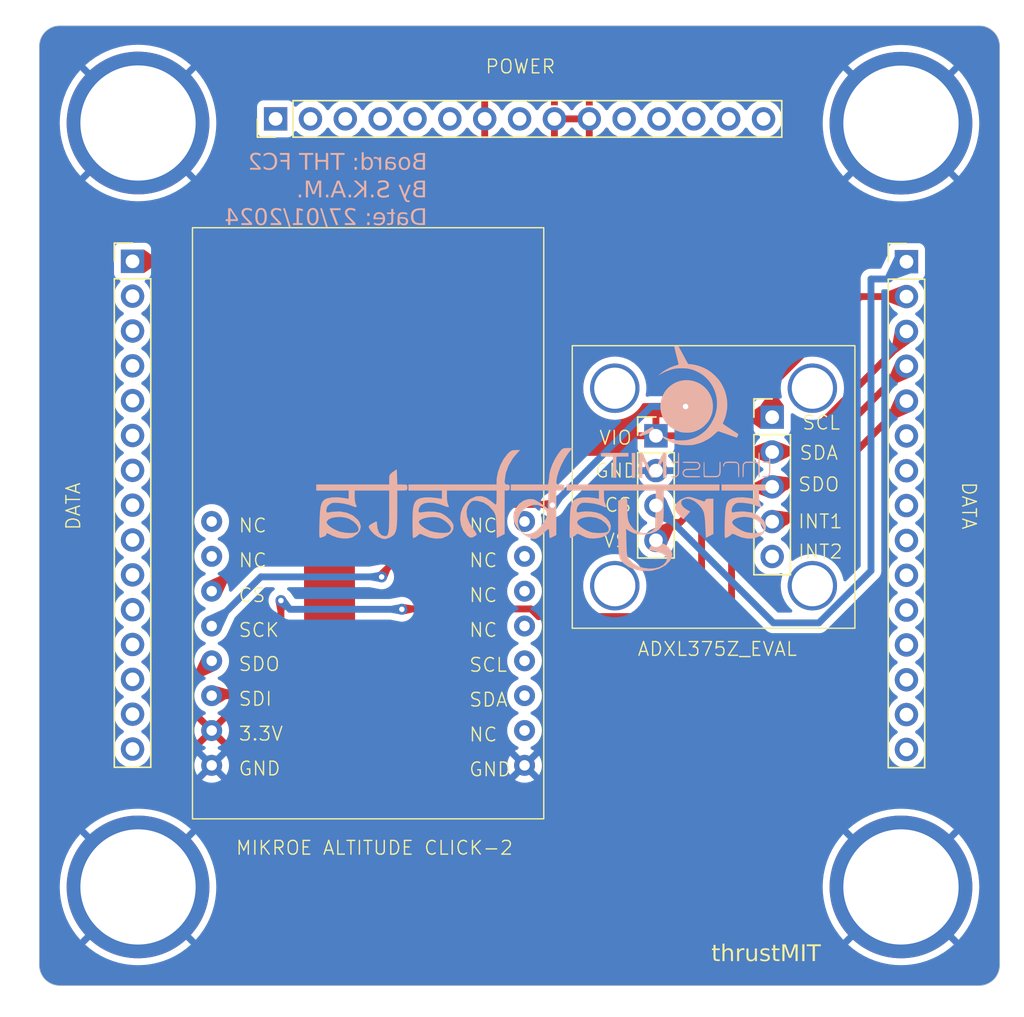
<source format=kicad_pcb>
(kicad_pcb (version 20221018) (generator pcbnew)
  (layers (0 "F.Cu" signal) (31 "B.Cu" signal) (34 "B.Paste" user) (35 "F.Paste" user) (36 "B.SilkS" user "B.Silkscreen") (37 "F.SilkS" user "F.Silkscreen") (38 "B.Mask" user) (39 "F.Mask" user) (44 "Edge.Cuts" user))
  (net 0 "")
  (net 1 "SCLK_SPI2")
  (net 2 "MOSI_SPI2")
  (net 3 "MISO_SPI2")
  (net 24 "CS_ADXL")
  (net 25 "CS_MS5607")
  (net 26 "INT_ADXL")
  (net 33 "3.3V")
  (net 40 "GND")
  (footprint "ADXL375_EVAL:ADXL375_EVAL" (layer "F.Cu") (at 137.7706 88.0438)
    (fp_text reference "U2" hide)
    (fp_text value "~")
    (fp_text user "ADXL375Z_EVAL" (at -6.1 13.1 unlocked) (layer "F.SilkS") (effects (font (thickness 0.1)) (justify left bottom)))
    (fp_text user "INT1" (at 5.6 3.8 unlocked) (layer "F.SilkS") (effects (font (thickness 0.1)) (justify left bottom)))
    (fp_text user "VS" (at -8.6 5.2 unlocked) (layer "F.SilkS") (effects (font (thickness 0.1)) (justify left bottom)))
    (fp_text user "SCL" (at 5.9 -3.4 unlocked) (layer "F.SilkS") (effects (font (thickness 0.1)) (justify left bottom)))
    (fp_text user "CS" (at -8.5 2.6 unlocked) (layer "F.SilkS") (effects (font (thickness 0.1)) (justify left bottom)))
    (fp_text user "GND" (at -9.2 0.1 unlocked) (layer "F.SilkS") (effects (font (thickness 0.1)) (justify left bottom)))
    (fp_text user "VIO" (at -8.9 -2.3 unlocked) (layer "F.SilkS") (effects (font (thickness 0.1)) (justify left bottom)))
    (fp_text user "SDO" (at 5.6 1.1 unlocked) (layer "F.SilkS") (effects (font (thickness 0.1)) (justify left bottom)))
    (fp_text user "INT2" (at 5.6 6 unlocked) (layer "F.SilkS") (effects (font (thickness 0.1)) (justify left bottom)))
    (fp_text user "SDA" (at 5.7 -1.2 unlocked) (layer "F.SilkS") (effects (font (thickness 0.1)) (justify left bottom)))
    (pad "" thru_hole circle (at -7.7 -6.5) (size 3.6 3.6) (drill 3) (layers "*.Cu" "*.Mask"))
    (pad "" thru_hole circle (at -7.7 7.9) (size 3.6 3.6) (drill 3) (layers "*.Cu" "*.Mask"))
    (pad "" thru_hole circle (at 6.7 -6.5) (size 3.6 3.6) (drill 3) (layers "*.Cu" "*.Mask"))
    (pad "" thru_hole circle (at 6.7 7.9) (size 3.6 3.6) (drill 3) (layers "*.Cu" "*.Mask"))
    (pad "1" thru_hole rect (at -4.7 -3.03) (size 1.7 1.7) (drill 1) (layers "*.Cu" "*.Mask") (net 33 "3.3V"))
    (pad "2" thru_hole oval (at -4.7 -0.49) (size 1.7 1.7) (drill 1) (layers "*.Cu" "*.Mask") (net 40 "GND"))
    (pad "3" thru_hole oval (at -4.7 2.05) (size 1.7 1.7) (drill 1) (layers "*.Cu" "*.Mask") (net 24 "CS_ADXL"))
    (pad "4" thru_hole oval (at -4.7 4.59) (size 1.7 1.7) (drill 1) (layers "*.Cu" "*.Mask") (net 33 "3.3V"))
    (pad "5" thru_hole oval (at 3.77 5.77) (size 1.7 1.7) (drill 1) (layers "*.Cu" "*.Mask"))
    (pad "6" thru_hole oval (at 3.77 3.23) (size 1.7 1.7) (drill 1) (layers "*.Cu" "*.Mask") (net 26 "INT_ADXL"))
    (pad "7" thru_hole oval (at 3.77 0.69) (size 1.7 1.7) (drill 1) (layers "*.Cu" "*.Mask") (net 3 "MISO_SPI2"))
    (pad "8" thru_hole oval (at 3.77 -1.85) (size 1.7 1.7) (drill 1) (layers "*.Cu" "*.Mask") (net 2 "MOSI_SPI2"))
    (pad "9" thru_hole rect (at 3.77 -4.39) (size 1.7 1.7) (drill 1) (layers "*.Cu" "*.Mask") (net 1 "SCLK_SPI2"))
  )
  (footprint "FC_Stack_template:FC_Stack_template" (layer "F.Cu") (at 123.1268 90.1068)
    (fp_text reference "U1" hide)
    (fp_text value "FC_stack")
    (fp_text user "DATA" (at 32.17 -1.8 -90 unlocked) (layer "F.SilkS") (effects (font (thickness 0.1)) (justify left bottom)))
    (fp_text user "DATA" (at -31.93 1.85 90 unlocked) (layer "F.SilkS") (effects (font (thickness 0.1)) (justify left bottom)))
    (fp_text user "POWER" (at -2.55 -31.43 unlocked) (layer "F.SilkS") (effects (font (thickness 0.1)) (justify left bottom)))
    (fp_text user "thrustMIT" (at 13.98 33.41 unlocked) (layer "F.SilkS") (effects (font (size 1.2 1.2) (thickness 0.1)) (justify left bottom)))
    (fp_line (start -35 33.5) (end -35 -33.5) (stroke (width 0.05)) (layer "Edge.Cuts"))
    (fp_line (start -33.5 -35) (end 33.5 -35) (stroke (width 0.05)) (layer "Edge.Cuts"))
    (fp_line (start 33.5 35) (end -33.5 35) (stroke (width 0.05)) (layer "Edge.Cuts"))
    (fp_line (start 35 -33.5) (end 35 33.5) (stroke (width 0.05)) (layer "Edge.Cuts"))
    (fp_arc (start -35 -33.5) (mid -34.56066 -34.56066) (end -33.5 -35) (stroke (width 0.05)) (layer "Edge.Cuts"))
    (fp_arc (start -33.5 35) (mid -34.56066 34.56066) (end -35 33.5) (stroke (width 0.05)) (layer "Edge.Cuts"))
    (fp_arc (start 33.5 -35) (mid 34.56066 -34.56066) (end 35 -33.5) (stroke (width 0.05)) (layer "Edge.Cuts"))
    (fp_arc (start 35 33.5) (mid 34.56066 34.56066) (end 33.5 35) (stroke (width 0.05)) (layer "Edge.Cuts"))
    (pad "1" thru_hole rect (at 28.2 -17.785) (size 1.7 1.7) (drill 1) (layers "*.Cu" "*.Mask") (net 24 "CS_ADXL"))
    (pad "2" thru_hole oval (at 28.2 -15.245) (size 1.7 1.7) (drill 1) (layers "*.Cu" "*.Mask") (net 1 "SCLK_SPI2"))
    (pad "3" thru_hole oval (at 28.2 -12.705) (size 1.7 1.7) (drill 1) (layers "*.Cu" "*.Mask") (net 2 "MOSI_SPI2"))
    (pad "4" thru_hole oval (at 28.2 -10.165) (size 1.7 1.7) (drill 1) (layers "*.Cu" "*.Mask") (net 3 "MISO_SPI2"))
    (pad "5" thru_hole oval (at 28.2 -7.625) (size 1.7 1.7) (drill 1) (layers "*.Cu" "*.Mask") (net 26 "INT_ADXL"))
    (pad "6" thru_hole oval (at 28.2 -5.085) (size 1.7 1.7) (drill 1) (layers "*.Cu" "*.Mask"))
    (pad "7" thru_hole oval (at 28.2 -2.545) (size 1.7 1.7) (drill 1) (layers "*.Cu" "*.Mask"))
    (pad "8" thru_hole oval (at 28.2 -0.005) (size 1.7 1.7) (drill 1) (layers "*.Cu" "*.Mask"))
    (pad "9" thru_hole oval (at 28.2 2.535) (size 1.7 1.7) (drill 1) (layers "*.Cu" "*.Mask"))
    (pad "10" thru_hole oval (at 28.2 5.075) (size 1.7 1.7) (drill 1) (layers "*.Cu" "*.Mask"))
    (pad "11" thru_hole oval (at 28.2 7.615) (size 1.7 1.7) (drill 1) (layers "*.Cu" "*.Mask"))
    (pad "12" thru_hole oval (at 28.2 10.155) (size 1.7 1.7) (drill 1) (layers "*.Cu" "*.Mask"))
    (pad "13" thru_hole oval (at 28.2 12.695) (size 1.7 1.7) (drill 1) (layers "*.Cu" "*.Mask"))
    (pad "14" thru_hole oval (at 28.2 15.235) (size 1.7 1.7) (drill 1) (layers "*.Cu" "*.Mask"))
    (pad "15" thru_hole oval (at 28.2 17.775) (size 1.7 1.7) (drill 1) (layers "*.Cu" "*.Mask"))
    (pad "16" thru_hole oval (at -28.2 17.745) (size 1.7 1.7) (drill 1) (layers "*.Cu" "*.Mask"))
    (pad "17" thru_hole oval (at -28.2 15.205) (size 1.7 1.7) (drill 1) (layers "*.Cu" "*.Mask"))
    (pad "18" thru_hole oval (at -28.2 12.665) (size 1.7 1.7) (drill 1) (layers "*.Cu" "*.Mask"))
    (pad "19" thru_hole oval (at -28.2 10.125) (size 1.7 1.7) (drill 1) (layers "*.Cu" "*.Mask"))
    (pad "20" thru_hole oval (at -28.2 7.585) (size 1.7 1.7) (drill 1) (layers "*.Cu" "*.Mask"))
    (pad "21" thru_hole oval (at -28.2 5.045) (size 1.7 1.7) (drill 1) (layers "*.Cu" "*.Mask"))
    (pad "22" thru_hole oval (at -28.2 2.505) (size 1.7 1.7) (drill 1) (layers "*.Cu" "*.Mask"))
    (pad "23" thru_hole oval (at -28.2 -0.035) (size 1.7 1.7) (drill 1) (layers "*.Cu" "*.Mask"))
    (pad "24" thru_hole oval (at -28.2 -2.575) (size 1.7 1.7) (drill 1) (layers "*.Cu" "*.Mask"))
    (pad "25" thru_hole oval (at -28.2 -5.115) (size 1.7 1.7) (drill 1) (layers "*.Cu" "*.Mask"))
    (pad "26" thru_hole oval (at -28.2 -7.655) (size 1.7 1.7) (drill 1) (layers "*.Cu" "*.Mask"))
    (pad "27" thru_hole oval (at -28.2 -10.195) (size 1.7 1.7) (drill 1) (layers "*.Cu" "*.Mask"))
    (pad "28" thru_hole oval (at -28.2 -12.735) (size 1.7 1.7) (drill 1) (layers "*.Cu" "*.Mask"))
    (pad "29" thru_hole oval (at -28.2 -15.275) (size 1.7 1.7) (drill 1) (layers "*.Cu" "*.Mask"))
    (pad "30" thru_hole rect (at -28.2 -17.815) (size 1.7 1.7) (drill 1) (layers "*.Cu" "*.Mask") (net 25 "CS_MS5607"))
    (pad "31" thru_hole rect (at -17.775 -28.2 90) (size 1.7 1.7) (drill 1) (layers "*.Cu" "*.Mask"))
    (pad "32" thru_hole oval (at -15.235 -28.2 90) (size 1.7 1.7) (drill 1) (layers "*.Cu" "*.Mask"))
    (pad "33" thru_hole oval (at -12.695 -28.2 90) (size 1.7 1.7) (drill 1) (layers "*.Cu" "*.Mask"))
    (pad "34" thru_hole oval (at -10.155 -28.2 90) (size 1.7 1.7) (drill 1) (layers "*.Cu" "*.Mask"))
    (pad "35" thru_hole oval (at -7.615 -28.2 90) (size 1.7 1.7) (drill 1) (layers "*.Cu" "*.Mask"))
    (pad "36" thru_hole oval (at -5.075 -28.2 90) (size 1.7 1.7) (drill 1) (layers "*.Cu" "*.Mask"))
    (pad "37" thru_hole oval (at -2.535 -28.2 90) (size 1.7 1.7) (drill 1) (layers "*.Cu" "*.Mask") (net 33 "3.3V"))
    (pad "38" thru_hole oval (at 0.005 -28.2 90) (size 1.7 1.7) (drill 1) (layers "*.Cu" "*.Mask"))
    (pad "39" thru_hole oval (at 2.545 -28.2 90) (size 1.7 1.7) (drill 1) (layers "*.Cu" "*.Mask") (net 33 "3.3V"))
    (pad "40" thru_hole oval (at 5.085 -28.2 90) (size 1.7 1.7) (drill 1) (layers "*.Cu" "*.Mask") (net 33 "3.3V"))
    (pad "41" thru_hole oval (at 7.625 -28.2 90) (size 1.7 1.7) (drill 1) (layers "*.Cu" "*.Mask"))
    (pad "42" thru_hole oval (at 10.165 -28.2 90) (size 1.7 1.7) (drill 1) (layers "*.Cu" "*.Mask"))
    (pad "43" thru_hole oval (at 12.705 -28.2 90) (size 1.7 1.7) (drill 1) (layers "*.Cu" "*.Mask"))
    (pad "44" thru_hole oval (at 15.245 -28.2 90) (size 1.7 1.7) (drill 1) (layers "*.Cu" "*.Mask"))
    (pad "45" thru_hole oval (at 17.785 -28.2 90) (size 1.7 1.7) (drill 1) (layers "*.Cu" "*.Mask"))
    (pad "49" thru_hole circle (at 27.8 27.8) (size 10.4 10.4) (drill 8.4) (layers "*.Cu" "*.Mask") (net 40 "GND"))
    (pad "50" thru_hole circle (at -27.8 27.8) (size 10.4 10.4) (drill 8.4) (layers "*.Cu" "*.Mask") (net 40 "GND"))
    (pad "51" thru_hole circle (at -27.8 -27.9) (size 10.4 10.4) (drill 8.4) (layers "*.Cu" "*.Mask") (net 40 "GND"))
    (pad "52" thru_hole circle (at 27.8 -27.885) (size 10.4 10.4) (drill 8.4) (layers "*.Cu" "*.Mask") (net 40 "GND"))
  )
  (footprint "MIKROE_ALTITUDE_2:Altitude_Click_2" (layer "F.Cu") (at 113.0948 89.1422)
    (fp_text reference "U3" hide)
    (fp_text value "~")
    (fp_text user "CS" (at -10.5 8.08 unlocked) (layer "F.SilkS") (effects (font (thickness 0.1)) (justify left bottom)))
    (fp_text user "NC" (at 6.3 8.08 unlocked) (layer "F.SilkS") (effects (font (thickness 0.1)) (justify left bottom)))
    (fp_text user "SDI" (at -10.5 15.64 unlocked) (layer "F.SilkS") (effects (font (thickness 0.1)) (justify left bottom)))
    (fp_text user "3.3V" (at -10.5 18.18 unlocked) (layer "F.SilkS") (effects (font (thickness 0.1)) (justify left bottom)))
    (fp_text user "NC" (at 6.3 10.62 unlocked) (layer "F.SilkS") (effects (font (thickness 0.1)) (justify left bottom)))
    (fp_text user "SDO" (at -10.5 13.1 unlocked) (layer "F.SilkS") (effects (font (thickness 0.1)) (justify left bottom)))
    (fp_text user "SCL" (at 6.3 13.16 unlocked) (layer "F.SilkS") (effects (font (thickness 0.1)) (justify left bottom)))
    (fp_text user "SCK" (at -10.5 10.62 unlocked) (layer "F.SilkS") (effects (font (thickness 0.1)) (justify left bottom)))
    (fp_text user "NC" (at -10.5 5.54 unlocked) (layer "F.SilkS") (effects (font (thickness 0.1)) (justify left bottom)))
    (fp_text user "GND" (at -10.5 20.72 unlocked) (layer "F.SilkS") (effects (font (thickness 0.1)) (justify left bottom)))
    (fp_text user "NC" (at 6.3 5.54 unlocked) (layer "F.SilkS") (effects (font (thickness 0.1)) (justify left bottom)))
    (fp_text user "NC" (at 6.3 18.24 unlocked) (layer "F.SilkS") (effects (font (thickness 0.1)) (justify left bottom)))
    (fp_text user "MIKROE ALTITUDE CLICK-2" (at -10.7 26.5 unlocked) (layer "F.SilkS") (effects (font (thickness 0.1)) (justify left bottom)))
    (fp_text user "NC" (at -10.5 3 unlocked) (layer "F.SilkS") (effects (font (thickness 0.1)) (justify left bottom)))
    (fp_text user "NC" (at 6.3 3 unlocked) (layer "F.SilkS") (effects (font (thickness 0.1)) (justify left bottom)))
    (fp_text user "SDA" (at 6.3 15.7 unlocked) (layer "F.SilkS") (effects (font (thickness 0.1)) (justify left bottom)))
    (fp_text user "GND" (at 6.3 20.78 unlocked) (layer "F.SilkS") (effects (font (thickness 0.1)) (justify left bottom)))
    (pad "1" thru_hole circle (at -12.4 2.12) (size 1.524 1.524) (drill 0.762) (layers "*.Cu" "*.Mask"))
    (pad "2" thru_hole circle (at -12.4 4.66) (size 1.524 1.524) (drill 0.762) (layers "*.Cu" "*.Mask"))
    (pad "3" thru_hole circle (at -12.4 7.2) (size 1.524 1.524) (drill 0.762) (layers "*.Cu" "*.Mask") (net 25 "CS_MS5607"))
    (pad "4" thru_hole circle (at -12.4 9.74) (size 1.524 1.524) (drill 0.762) (layers "*.Cu" "*.Mask") (net 1 "SCLK_SPI2"))
    (pad "5" thru_hole circle (at -12.4 12.28) (size 1.524 1.524) (drill 0.762) (layers "*.Cu" "*.Mask") (net 3 "MISO_SPI2"))
    (pad "6" thru_hole circle (at -12.4 14.82) (size 1.524 1.524) (drill 0.762) (layers "*.Cu" "*.Mask") (net 2 "MOSI_SPI2"))
    (pad "7" thru_hole circle (at -12.4 17.36) (size 1.524 1.524) (drill 0.762) (layers "*.Cu" "*.Mask") (net 33 "3.3V"))
    (pad "8" thru_hole circle (at -12.4 19.9) (size 1.524 1.524) (drill 0.762) (layers "*.Cu" "*.Mask") (net 40 "GND"))
    (pad "9" thru_hole circle (at 10.4 19.9) (size 1.524 1.524) (drill 0.762) (layers "*.Cu" "*.Mask") (net 40 "GND"))
    (pad "10" thru_hole circle (at 10.4 17.36) (size 1.524 1.524) (drill 0.762) (layers "*.Cu" "*.Mask"))
    (pad "11" thru_hole circle (at 10.4 14.82) (size 1.524 1.524) (drill 0.762) (layers "*.Cu" "*.Mask"))
    (pad "12" thru_hole circle (at 10.4 12.28) (size 1.524 1.524) (drill 0.762) (layers "*.Cu" "*.Mask"))
    (pad "13" thru_hole circle (at 10.4 9.74) (size 1.524 1.524) (drill 0.762) (layers "*.Cu" "*.Mask"))
    (pad "14" thru_hole circle (at 10.4 7.2) (size 1.524 1.524) (drill 0.762) (layers "*.Cu" "*.Mask"))
    (pad "15" thru_hole circle (at 10.4 4.66) (size 1.524 1.524) (drill 0.762) (layers "*.Cu" "*.Mask"))
    (pad "16" thru_hole circle (at 10.4 2.12) (size 1.524 1.524) (drill 0.762) (layers "*.Cu" "*.Mask"))
  )
  (footprint "LOGO" (layer "B.Cu") (at 120.12725 90.924796 180)
    (fp_text reference "G***" hide)
    (fp_text value "LOGO" hide)
  )
  (footprint "LOGO" (layer "B.Cu") (at 135.331513 82.666536 180)
    (fp_text reference "G***" hide)
    (fp_text value "LOGO" hide)
  )
  (gr_text "Board: THT FC2\nBy S.K.A.M.\nDate: 27/01/2024" (at 116.4082 69.85) (layer "B.SilkS") (effects (font (size 1.2 1.2)) (justify left bottom mirror)))
  (segment (start 125.4668 90.0176) (end 125.416 90.0176) (width 0.5) (layer "F.Cu") (net 1))
  (segment (start 112.8776 95.3008) (end 113.0808 95.3008) (width 0.5) (layer "F.Cu") (net 1))
  (segment (start 135.2296 82.8802) (end 136.0032 83.6538) (width 0.5) (layer "F.Cu") (net 1))
  (segment (start 141.5406 81.291819) (end 141.5406 83.6538) (width 0.5) (layer "F.Cu") (net 1))
  (segment (start 151.3268 74.8618) (end 147.970619 74.8618) (width 0.5) (layer "F.Cu") (net 1))
  (segment (start 147.970619 74.8618) (end 141.5406 81.291819) (width 0.5) (layer "F.Cu") (net 1))
  (segment (start 125.416 90.0176) (end 125.5268 90.0684) (width 0.5) (layer "F.Cu") (net 1))
  (segment (start 118.1608 90.0176) (end 112.8776 95.3008) (width 0.5) (layer "F.Cu") (net 1))
  (segment (start 125.5268 90.0684) (end 125.5176 90.0176) (width 0.5) (layer "F.Cu") (net 1))
  (segment (start 125.5176 90.0176) (end 118.1608 90.0176) (width 0.5) (layer "F.Cu") (net 1))
  (segment (start 136.0032 83.6538) (end 141.5406 83.6538) (width 0.5) (layer "F.Cu") (net 1))
  (via (at 113.0808 95.3008) (size 0.8) (drill 0.4) (layers "F.Cu" "B.Cu") (net 1))
  (via (at 135.2296 82.8802) (size 0.8) (drill 0.4) (layers "F.Cu" "B.Cu") (net 1))
  (via (at 125.5268 90.0684) (size 0.8) (drill 0.4) (layers "F.Cu" "B.Cu") (net 1))
  (segment (start 104.2762 95.3008) (end 100.6948 98.8822) (width 0.5) (layer "B.Cu") (net 1))
  (segment (start 125.5268 90.0684) (end 132.715 82.8802) (width 0.5) (layer "B.Cu") (net 1))
  (segment (start 132.715 82.8802) (end 135.2296 82.8802) (width 0.5) (layer "B.Cu") (net 1))
  (segment (start 113.0808 95.3008) (end 104.2762 95.3008) (width 0.5) (layer "B.Cu") (net 1))
  (segment (start 105.7402 100.076) (end 105.7402 97.028) (width 0.5) (layer "F.Cu") (net 2))
  (segment (start 138.1136 86.1938) (end 136.398 87.9094) (width 0.5) (layer "F.Cu") (net 2))
  (segment (start 100.6948 103.9622) (end 101.854 103.9622) (width 0.5) (layer "F.Cu") (net 2))
  (segment (start 143.0158 86.1938) (end 151.3268 77.8828) (width 0.5) (layer "F.Cu") (net 2))
  (segment (start 123.964227 97.6376) (end 114.5794 97.6376) (width 0.5) (layer "F.Cu") (net 2))
  (segment (start 101.854 103.9622) (end 105.7402 100.076) (width 0.5) (layer "F.Cu") (net 2))
  (segment (start 151.3268 77.8828) (end 151.3268 77.4018) (width 0.5) (layer "F.Cu") (net 2))
  (segment (start 141.5406 86.1938) (end 138.1136 86.1938) (width 0.5) (layer "F.Cu") (net 2))
  (segment (start 133.6802 97.282) (end 132.7684 98.1938) (width 0.5) (layer "F.Cu") (net 2))
  (segment (start 141.5406 86.1938) (end 143.0158 86.1938) (width 0.5) (layer "F.Cu") (net 2))
  (segment (start 136.398 97.282) (end 133.6802 97.282) (width 0.5) (layer "F.Cu") (net 2))
  (segment (start 136.398 87.9094) (end 136.398 97.282) (width 0.5) (layer "F.Cu") (net 2))
  (segment (start 132.7684 98.1938) (end 124.520427 98.1938) (width 0.5) (layer "F.Cu") (net 2))
  (segment (start 114.5794 97.6376) (end 114.554 97.663) (width 0.5) (layer "F.Cu") (net 2))
  (segment (start 124.520427 98.1938) (end 123.964227 97.6376) (width 0.5) (layer "F.Cu") (net 2))
  (via (at 114.554 97.663) (size 0.8) (drill 0.4) (layers "F.Cu" "B.Cu") (net 2))
  (via (at 105.7402 97.028) (size 0.8) (drill 0.4) (layers "F.Cu" "B.Cu") (net 2))
  (segment (start 106.4006 97.663) (end 105.7402 97.0026) (width 0.5) (layer "B.Cu") (net 2))
  (segment (start 105.7402 97.0026) (end 105.7402 97.028) (width 0.5) (layer "B.Cu") (net 2))
  (segment (start 114.554 97.663) (end 106.4006 97.663) (width 0.5) (layer "B.Cu") (net 2))
  (segment (start 129.032 116.9162) (end 138.5824 107.3658) (width 0.5) (layer "F.Cu") (net 3))
  (segment (start 100.6948 101.4222) (end 98.1964 103.9206) (width 0.5) (layer "F.Cu") (net 3))
  (segment (start 151.3268 79.9418) (end 142.5348 88.7338) (width 0.5) (layer "F.Cu") (net 3))
  (segment (start 103.759 116.9162) (end 129.032 116.9162) (width 0.5) (layer "F.Cu") (net 3))
  (segment (start 138.5824 90.1954) (end 140.044 88.7338) (width 0.5) (layer "F.Cu") (net 3))
  (segment (start 138.5824 107.3658) (end 138.5824 90.1954) (width 0.5) (layer "F.Cu") (net 3))
  (segment (start 98.1964 111.3536) (end 103.759 116.9162) (width 0.5) (layer "F.Cu") (net 3))
  (segment (start 142.5348 88.7338) (end 142.2406 88.7338) (width 0.5) (layer "F.Cu") (net 3))
  (segment (start 140.044 88.7338) (end 141.5406 88.7338) (width 0.5) (layer "F.Cu") (net 3))
  (segment (start 98.1964 103.9206) (end 98.1964 111.3536) (width 0.5) (layer "F.Cu") (net 3))
  (segment (start 144.942781 98.6536) (end 148.7424 94.853981) (width 0.5) (layer "B.Cu") (net 24))
  (segment (start 148.7424 94.853981) (end 148.7424 73.5838) (width 0.5) (layer "B.Cu") (net 24))
  (segment (start 141.6304 98.6536) (end 144.942781 98.6536) (width 0.5) (layer "B.Cu") (net 24))
  (segment (start 132.7404 90.424) (end 133.0706 90.0938) (width 0.5) (layer "B.Cu") (net 24))
  (segment (start 150.0648 73.5838) (end 151.3268 72.3218) (width 0.5) (layer "B.Cu") (net 24))
  (segment (start 133.0706 90.0938) (end 141.6304 98.6536) (width 0.5) (layer "B.Cu") (net 24))
  (segment (start 148.7424 73.5838) (end 150.0648 73.5838) (width 0.5) (layer "B.Cu") (net 24))
  (segment (start 101.324 72.2918) (end 103.4796 74.4474) (width 0.5) (layer "F.Cu") (net 25))
  (segment (start 103.4796 74.4474) (end 103.4796 93.5574) (width 0.5) (layer "F.Cu") (net 25))
  (segment (start 100.9996 96.647) (end 100.6948 96.3422) (width 0.5) (layer "F.Cu") (net 25))
  (segment (start 94.9268 72.2918) (end 101.324 72.2918) (width 0.5) (layer "F.Cu") (net 25))
  (segment (start 103.4796 93.5574) (end 100.6948 96.3422) (width 0.5) (layer "F.Cu") (net 25))
  (segment (start 142.5348 91.2738) (end 141.5406 91.2738) (width 0.5) (layer "F.Cu") (net 26))
  (segment (start 151.3268 82.4818) (end 142.5348 91.2738) (width 0.5) (layer "F.Cu") (net 26))
  (segment (start 134.3706 91.3338) (end 134.8278 91.3338) (width 0.5) (layer "F.Cu") (net 33))
  (segment (start 135.128 91.0336) (end 135.128 86.0552) (width 0.5) (layer "F.Cu") (net 33))
  (segment (start 134.8278 91.3338) (end 135.128 91.0336) (width 0.5) (layer "F.Cu") (net 33))
  (segment (start 135.128 86.0552) (end 135.001 85.9282) (width 0.5) (layer "F.Cu") (net 33))
  (segment (start 133.0706 92.6338) (end 134.3706 91.3338) (width 0.5) (layer "F.Cu") (net 33))
  (zone (net 33) (net_name "3.3V") (layer "F.Cu") (priority 3) (connect_pads (clearance 0.5)) (min_thickness 0.25) (fill yes (thermal_gap 0.5) (thermal_bridge_width 0.5))
    (polygon (pts (xy 119.2022 60.8076) (xy 122.047 60.7568) (xy 122.0724 57.785) (xy 124.3838 57.7596) (xy 124.3584 60.7568) (xy 124.3584 60.9092) (xy 129.5908 60.9346) (xy 129.54 55.9308) (xy 119.1768 55.9816) (xy 119.2022 60.2234)))
  )
  (zone (net 33) (net_name "3.3V") (layer "F.Cu") (connect_pads (clearance 0.5)) (min_thickness 0.25) (fill yes (thermal_gap 0.5) (thermal_bridge_width 0.5))
    (polygon (pts (xy 124.587 60.7568) (xy 124.3584 60.7568) (xy 124.2822 66.548) (xy 122.0978 66.5988) (xy 122.0724 60.0202) (xy 119.2022 60.2234) (xy 119.2784 66.5734) (xy 107.3658 66.548) (xy 107.442 104.9528) (xy 99.568 105.0544) (xy 99.5426 107.696) (xy 111.1758 107.7468) (xy 111.0488 68.8848) (xy 129.7686 68.9356) (xy 129.5908 60.6044) (xy 124.3838 60.6044)))
  )
  (zone (net 33) (net_name "3.3V") (layer "F.Cu") (priority 1) (connect_pads (clearance 0.5)) (min_thickness 0.25) (fill yes (thermal_gap 0.5) (thermal_bridge_width 0.5))
    (polygon (pts (xy 125.8824 68.6816) (xy 125.8062 86.487) (xy 135.4074 86.4362) (xy 135.1534 82.6008) (xy 129.8194 82.6516) (xy 129.7432 67.7672) (xy 125.8824 67.7672)))
  )
  (zone (net 40) (net_name "GND") (layer "B.Cu") (priority 2) (connect_pads (clearance 0.5)) (min_thickness 0.25) (fill yes (thermal_gap 0.5) (thermal_bridge_width 0.5))
    (polygon (pts (xy 86.8426 53.3146) (xy 159.131 53.4416) (xy 159.893 127.381) (xy 85.3694 127.2794) (xy 85.2678 53.2384) (xy 86.868 53.2638)))
  )
)
</source>
